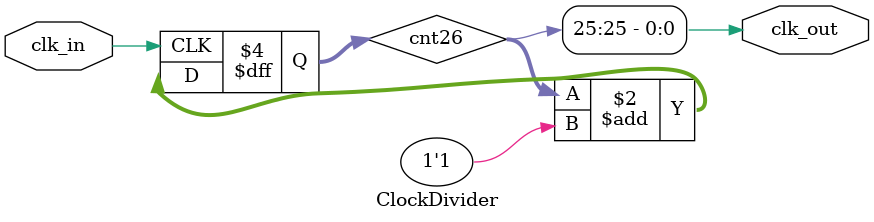
<source format=v>

module ClockDivider(
    input wire [0:0] clk_in,
    output wire [0:0] clk_out
    );

  // 100MHz(Basys3) / 2**26 = 1.5Hz
  reg [25:0] cnt26 = 26'b0000_0000_0000_0000_0000_0000_00;
  always @( posedge clk_in ) cnt26 <= cnt26 + 1'b1;
  assign clk_out = cnt26[25];
  
endmodule

</source>
